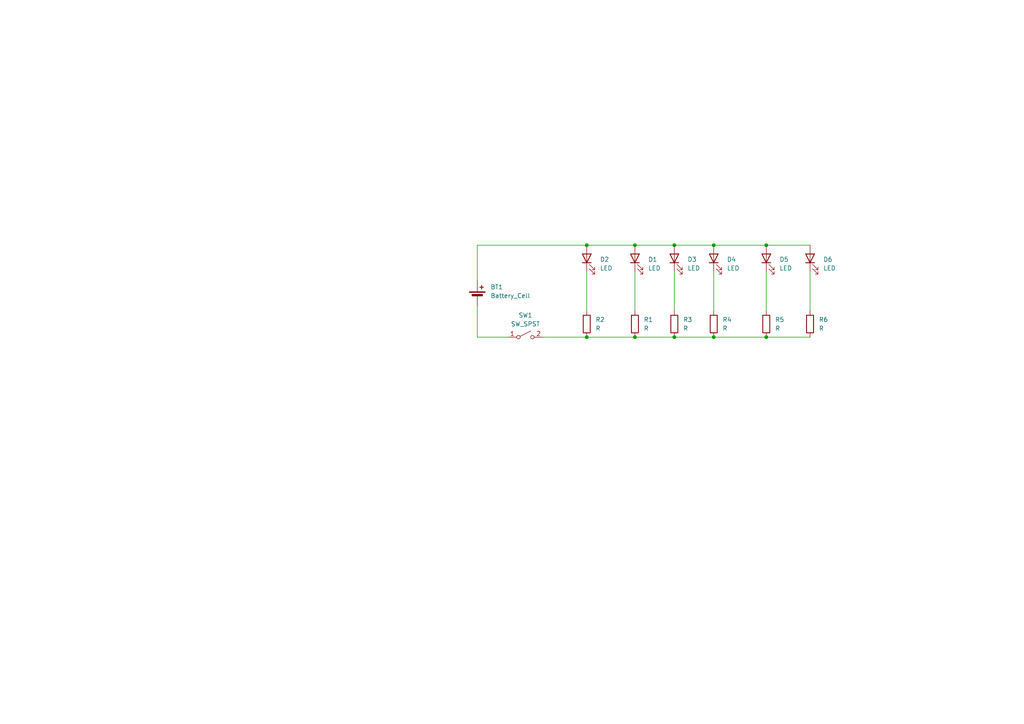
<source format=kicad_sch>
(kicad_sch
	(version 20250114)
	(generator "eeschema")
	(generator_version "9.0")
	(uuid "53f5ec8e-efd6-4296-a5fc-1430f0d7a724")
	(paper "A4")
	(lib_symbols
		(symbol "Device:Battery_Cell"
			(pin_numbers
				(hide yes)
			)
			(pin_names
				(offset 0)
				(hide yes)
			)
			(exclude_from_sim no)
			(in_bom yes)
			(on_board yes)
			(property "Reference" "BT"
				(at 2.54 2.54 0)
				(effects
					(font
						(size 1.27 1.27)
					)
					(justify left)
				)
			)
			(property "Value" "Battery_Cell"
				(at 2.54 0 0)
				(effects
					(font
						(size 1.27 1.27)
					)
					(justify left)
				)
			)
			(property "Footprint" ""
				(at 0 1.524 90)
				(effects
					(font
						(size 1.27 1.27)
					)
					(hide yes)
				)
			)
			(property "Datasheet" "~"
				(at 0 1.524 90)
				(effects
					(font
						(size 1.27 1.27)
					)
					(hide yes)
				)
			)
			(property "Description" "Single-cell battery"
				(at 0 0 0)
				(effects
					(font
						(size 1.27 1.27)
					)
					(hide yes)
				)
			)
			(property "ki_keywords" "battery cell"
				(at 0 0 0)
				(effects
					(font
						(size 1.27 1.27)
					)
					(hide yes)
				)
			)
			(symbol "Battery_Cell_0_1"
				(rectangle
					(start -2.286 1.778)
					(end 2.286 1.524)
					(stroke
						(width 0)
						(type default)
					)
					(fill
						(type outline)
					)
				)
				(rectangle
					(start -1.524 1.016)
					(end 1.524 0.508)
					(stroke
						(width 0)
						(type default)
					)
					(fill
						(type outline)
					)
				)
				(polyline
					(pts
						(xy 0 1.778) (xy 0 2.54)
					)
					(stroke
						(width 0)
						(type default)
					)
					(fill
						(type none)
					)
				)
				(polyline
					(pts
						(xy 0 0.762) (xy 0 0)
					)
					(stroke
						(width 0)
						(type default)
					)
					(fill
						(type none)
					)
				)
				(polyline
					(pts
						(xy 0.762 3.048) (xy 1.778 3.048)
					)
					(stroke
						(width 0.254)
						(type default)
					)
					(fill
						(type none)
					)
				)
				(polyline
					(pts
						(xy 1.27 3.556) (xy 1.27 2.54)
					)
					(stroke
						(width 0.254)
						(type default)
					)
					(fill
						(type none)
					)
				)
			)
			(symbol "Battery_Cell_1_1"
				(pin passive line
					(at 0 5.08 270)
					(length 2.54)
					(name "+"
						(effects
							(font
								(size 1.27 1.27)
							)
						)
					)
					(number "1"
						(effects
							(font
								(size 1.27 1.27)
							)
						)
					)
				)
				(pin passive line
					(at 0 -2.54 90)
					(length 2.54)
					(name "-"
						(effects
							(font
								(size 1.27 1.27)
							)
						)
					)
					(number "2"
						(effects
							(font
								(size 1.27 1.27)
							)
						)
					)
				)
			)
			(embedded_fonts no)
		)
		(symbol "Device:LED"
			(pin_numbers
				(hide yes)
			)
			(pin_names
				(offset 1.016)
				(hide yes)
			)
			(exclude_from_sim no)
			(in_bom yes)
			(on_board yes)
			(property "Reference" "D"
				(at 0 2.54 0)
				(effects
					(font
						(size 1.27 1.27)
					)
				)
			)
			(property "Value" "LED"
				(at 0 -2.54 0)
				(effects
					(font
						(size 1.27 1.27)
					)
				)
			)
			(property "Footprint" ""
				(at 0 0 0)
				(effects
					(font
						(size 1.27 1.27)
					)
					(hide yes)
				)
			)
			(property "Datasheet" "~"
				(at 0 0 0)
				(effects
					(font
						(size 1.27 1.27)
					)
					(hide yes)
				)
			)
			(property "Description" "Light emitting diode"
				(at 0 0 0)
				(effects
					(font
						(size 1.27 1.27)
					)
					(hide yes)
				)
			)
			(property "Sim.Pins" "1=K 2=A"
				(at 0 0 0)
				(effects
					(font
						(size 1.27 1.27)
					)
					(hide yes)
				)
			)
			(property "ki_keywords" "LED diode"
				(at 0 0 0)
				(effects
					(font
						(size 1.27 1.27)
					)
					(hide yes)
				)
			)
			(property "ki_fp_filters" "LED* LED_SMD:* LED_THT:*"
				(at 0 0 0)
				(effects
					(font
						(size 1.27 1.27)
					)
					(hide yes)
				)
			)
			(symbol "LED_0_1"
				(polyline
					(pts
						(xy -3.048 -0.762) (xy -4.572 -2.286) (xy -3.81 -2.286) (xy -4.572 -2.286) (xy -4.572 -1.524)
					)
					(stroke
						(width 0)
						(type default)
					)
					(fill
						(type none)
					)
				)
				(polyline
					(pts
						(xy -1.778 -0.762) (xy -3.302 -2.286) (xy -2.54 -2.286) (xy -3.302 -2.286) (xy -3.302 -1.524)
					)
					(stroke
						(width 0)
						(type default)
					)
					(fill
						(type none)
					)
				)
				(polyline
					(pts
						(xy -1.27 0) (xy 1.27 0)
					)
					(stroke
						(width 0)
						(type default)
					)
					(fill
						(type none)
					)
				)
				(polyline
					(pts
						(xy -1.27 -1.27) (xy -1.27 1.27)
					)
					(stroke
						(width 0.254)
						(type default)
					)
					(fill
						(type none)
					)
				)
				(polyline
					(pts
						(xy 1.27 -1.27) (xy 1.27 1.27) (xy -1.27 0) (xy 1.27 -1.27)
					)
					(stroke
						(width 0.254)
						(type default)
					)
					(fill
						(type none)
					)
				)
			)
			(symbol "LED_1_1"
				(pin passive line
					(at -3.81 0 0)
					(length 2.54)
					(name "K"
						(effects
							(font
								(size 1.27 1.27)
							)
						)
					)
					(number "1"
						(effects
							(font
								(size 1.27 1.27)
							)
						)
					)
				)
				(pin passive line
					(at 3.81 0 180)
					(length 2.54)
					(name "A"
						(effects
							(font
								(size 1.27 1.27)
							)
						)
					)
					(number "2"
						(effects
							(font
								(size 1.27 1.27)
							)
						)
					)
				)
			)
			(embedded_fonts no)
		)
		(symbol "Device:R"
			(pin_numbers
				(hide yes)
			)
			(pin_names
				(offset 0)
			)
			(exclude_from_sim no)
			(in_bom yes)
			(on_board yes)
			(property "Reference" "R"
				(at 2.032 0 90)
				(effects
					(font
						(size 1.27 1.27)
					)
				)
			)
			(property "Value" "R"
				(at 0 0 90)
				(effects
					(font
						(size 1.27 1.27)
					)
				)
			)
			(property "Footprint" ""
				(at -1.778 0 90)
				(effects
					(font
						(size 1.27 1.27)
					)
					(hide yes)
				)
			)
			(property "Datasheet" "~"
				(at 0 0 0)
				(effects
					(font
						(size 1.27 1.27)
					)
					(hide yes)
				)
			)
			(property "Description" "Resistor"
				(at 0 0 0)
				(effects
					(font
						(size 1.27 1.27)
					)
					(hide yes)
				)
			)
			(property "ki_keywords" "R res resistor"
				(at 0 0 0)
				(effects
					(font
						(size 1.27 1.27)
					)
					(hide yes)
				)
			)
			(property "ki_fp_filters" "R_*"
				(at 0 0 0)
				(effects
					(font
						(size 1.27 1.27)
					)
					(hide yes)
				)
			)
			(symbol "R_0_1"
				(rectangle
					(start -1.016 -2.54)
					(end 1.016 2.54)
					(stroke
						(width 0.254)
						(type default)
					)
					(fill
						(type none)
					)
				)
			)
			(symbol "R_1_1"
				(pin passive line
					(at 0 3.81 270)
					(length 1.27)
					(name "~"
						(effects
							(font
								(size 1.27 1.27)
							)
						)
					)
					(number "1"
						(effects
							(font
								(size 1.27 1.27)
							)
						)
					)
				)
				(pin passive line
					(at 0 -3.81 90)
					(length 1.27)
					(name "~"
						(effects
							(font
								(size 1.27 1.27)
							)
						)
					)
					(number "2"
						(effects
							(font
								(size 1.27 1.27)
							)
						)
					)
				)
			)
			(embedded_fonts no)
		)
		(symbol "Switch:SW_SPST"
			(pin_names
				(offset 0)
				(hide yes)
			)
			(exclude_from_sim no)
			(in_bom yes)
			(on_board yes)
			(property "Reference" "SW"
				(at 0 3.175 0)
				(effects
					(font
						(size 1.27 1.27)
					)
				)
			)
			(property "Value" "SW_SPST"
				(at 0 -2.54 0)
				(effects
					(font
						(size 1.27 1.27)
					)
				)
			)
			(property "Footprint" ""
				(at 0 0 0)
				(effects
					(font
						(size 1.27 1.27)
					)
					(hide yes)
				)
			)
			(property "Datasheet" "~"
				(at 0 0 0)
				(effects
					(font
						(size 1.27 1.27)
					)
					(hide yes)
				)
			)
			(property "Description" "Single Pole Single Throw (SPST) switch"
				(at 0 0 0)
				(effects
					(font
						(size 1.27 1.27)
					)
					(hide yes)
				)
			)
			(property "ki_keywords" "switch lever"
				(at 0 0 0)
				(effects
					(font
						(size 1.27 1.27)
					)
					(hide yes)
				)
			)
			(symbol "SW_SPST_0_0"
				(circle
					(center -2.032 0)
					(radius 0.508)
					(stroke
						(width 0)
						(type default)
					)
					(fill
						(type none)
					)
				)
				(polyline
					(pts
						(xy -1.524 0.254) (xy 1.524 1.778)
					)
					(stroke
						(width 0)
						(type default)
					)
					(fill
						(type none)
					)
				)
				(circle
					(center 2.032 0)
					(radius 0.508)
					(stroke
						(width 0)
						(type default)
					)
					(fill
						(type none)
					)
				)
			)
			(symbol "SW_SPST_1_1"
				(pin passive line
					(at -5.08 0 0)
					(length 2.54)
					(name "A"
						(effects
							(font
								(size 1.27 1.27)
							)
						)
					)
					(number "1"
						(effects
							(font
								(size 1.27 1.27)
							)
						)
					)
				)
				(pin passive line
					(at 5.08 0 180)
					(length 2.54)
					(name "B"
						(effects
							(font
								(size 1.27 1.27)
							)
						)
					)
					(number "2"
						(effects
							(font
								(size 1.27 1.27)
							)
						)
					)
				)
			)
			(embedded_fonts no)
		)
	)
	(junction
		(at 170.18 97.79)
		(diameter 0)
		(color 0 0 0 0)
		(uuid "0266d127-1cd8-4cbd-983b-3cedbf9f7313")
	)
	(junction
		(at 195.58 71.12)
		(diameter 0)
		(color 0 0 0 0)
		(uuid "222ad767-d6ba-4630-81f9-44d1b3515856")
	)
	(junction
		(at 207.01 71.12)
		(diameter 0)
		(color 0 0 0 0)
		(uuid "27ce2492-f7eb-41e2-b7f9-b6a1afe4e2e7")
	)
	(junction
		(at 207.01 97.79)
		(diameter 0)
		(color 0 0 0 0)
		(uuid "3a7e4ad0-3a9a-4c49-a0bd-0e82a2fc5788")
	)
	(junction
		(at 222.25 71.12)
		(diameter 0)
		(color 0 0 0 0)
		(uuid "5fd66ae0-1e76-4de4-8aa3-02a1cdc1a947")
	)
	(junction
		(at 222.25 97.79)
		(diameter 0)
		(color 0 0 0 0)
		(uuid "61a54e5b-e39c-45a1-aaa9-00ae48c0cb09")
	)
	(junction
		(at 184.15 97.79)
		(diameter 0)
		(color 0 0 0 0)
		(uuid "6855593f-7219-41bd-a0ec-e0cea7d359fd")
	)
	(junction
		(at 195.58 97.79)
		(diameter 0)
		(color 0 0 0 0)
		(uuid "68672c4c-0bb8-41de-8604-2b01f0c1bab5")
	)
	(junction
		(at 184.15 71.12)
		(diameter 0)
		(color 0 0 0 0)
		(uuid "dc050eaa-7169-4354-a3de-926c1499b8d2")
	)
	(junction
		(at 170.18 71.12)
		(diameter 0)
		(color 0 0 0 0)
		(uuid "df9c6885-9f7b-4990-bf47-e1b9b3af3f51")
	)
	(wire
		(pts
			(xy 170.18 71.12) (xy 184.15 71.12)
		)
		(stroke
			(width 0)
			(type default)
		)
		(uuid "0c4b0c16-d8f7-455e-804e-64871d32ac43")
	)
	(wire
		(pts
			(xy 207.01 78.74) (xy 207.01 90.17)
		)
		(stroke
			(width 0)
			(type default)
		)
		(uuid "1198be29-6e9e-4000-a9e5-76a2fab4d7a7")
	)
	(wire
		(pts
			(xy 184.15 90.17) (xy 184.15 78.74)
		)
		(stroke
			(width 0)
			(type default)
		)
		(uuid "1e514a57-ee26-4746-8104-c746531c74d1")
	)
	(wire
		(pts
			(xy 195.58 97.79) (xy 207.01 97.79)
		)
		(stroke
			(width 0)
			(type default)
		)
		(uuid "22b0d4f2-2a4a-4f46-a5c9-201e0c7cc651")
	)
	(wire
		(pts
			(xy 170.18 90.17) (xy 170.18 78.74)
		)
		(stroke
			(width 0)
			(type default)
		)
		(uuid "292680e2-9572-489a-82dd-38d0a6a10f45")
	)
	(wire
		(pts
			(xy 138.43 88.9) (xy 138.43 97.79)
		)
		(stroke
			(width 0)
			(type default)
		)
		(uuid "473a273f-af52-44f4-bb7d-c831fbd08173")
	)
	(wire
		(pts
			(xy 195.58 78.74) (xy 195.58 90.17)
		)
		(stroke
			(width 0)
			(type default)
		)
		(uuid "487dce9e-fa7d-4244-a13a-0ae5abfb92f1")
	)
	(wire
		(pts
			(xy 222.25 78.74) (xy 222.25 90.17)
		)
		(stroke
			(width 0)
			(type default)
		)
		(uuid "55dc2651-e160-4766-bc69-a259495f3cc5")
	)
	(wire
		(pts
			(xy 138.43 97.79) (xy 147.32 97.79)
		)
		(stroke
			(width 0)
			(type default)
		)
		(uuid "5a726e68-d0f0-408c-bc92-74ede871ab50")
	)
	(wire
		(pts
			(xy 207.01 71.12) (xy 222.25 71.12)
		)
		(stroke
			(width 0)
			(type default)
		)
		(uuid "6014a592-abc5-4a79-9738-c41aa2bf8577")
	)
	(wire
		(pts
			(xy 184.15 97.79) (xy 195.58 97.79)
		)
		(stroke
			(width 0)
			(type default)
		)
		(uuid "61955975-9882-4d73-ac6d-33d80dd016eb")
	)
	(wire
		(pts
			(xy 184.15 71.12) (xy 195.58 71.12)
		)
		(stroke
			(width 0)
			(type default)
		)
		(uuid "68a6dbf9-611e-446f-b388-e31b1bad46b7")
	)
	(wire
		(pts
			(xy 138.43 71.12) (xy 170.18 71.12)
		)
		(stroke
			(width 0)
			(type default)
		)
		(uuid "77bc58d0-2b0f-4264-867e-980b7bd27f34")
	)
	(wire
		(pts
			(xy 138.43 81.28) (xy 138.43 71.12)
		)
		(stroke
			(width 0)
			(type default)
		)
		(uuid "7fa4759d-d0f3-4ab9-8a46-eeb656d6c6dc")
	)
	(wire
		(pts
			(xy 207.01 97.79) (xy 222.25 97.79)
		)
		(stroke
			(width 0)
			(type default)
		)
		(uuid "841535ed-e146-48a7-9474-3f5aeb9f971d")
	)
	(wire
		(pts
			(xy 195.58 71.12) (xy 207.01 71.12)
		)
		(stroke
			(width 0)
			(type default)
		)
		(uuid "aef6f3ec-a50c-4ba8-bb5d-5a9e10c515de")
	)
	(wire
		(pts
			(xy 222.25 71.12) (xy 234.95 71.12)
		)
		(stroke
			(width 0)
			(type default)
		)
		(uuid "be7ddf4b-4f41-4a86-8441-e9c7046e076d")
	)
	(wire
		(pts
			(xy 157.48 97.79) (xy 170.18 97.79)
		)
		(stroke
			(width 0)
			(type default)
		)
		(uuid "d1e4feac-8aad-4423-befb-675ae16e4415")
	)
	(wire
		(pts
			(xy 234.95 78.74) (xy 234.95 90.17)
		)
		(stroke
			(width 0)
			(type default)
		)
		(uuid "d46fe79a-bd9a-49f8-ae7f-d4280cccdb93")
	)
	(wire
		(pts
			(xy 222.25 97.79) (xy 234.95 97.79)
		)
		(stroke
			(width 0)
			(type default)
		)
		(uuid "e4ea74b9-2913-40ad-b405-3fbf9bfe5a99")
	)
	(wire
		(pts
			(xy 184.15 97.79) (xy 170.18 97.79)
		)
		(stroke
			(width 0)
			(type default)
		)
		(uuid "ff3b73de-ff0c-43a4-bc14-9cd8c691eaf8")
	)
	(symbol
		(lib_id "Device:LED")
		(at 207.01 74.93 90)
		(unit 1)
		(exclude_from_sim no)
		(in_bom yes)
		(on_board yes)
		(dnp no)
		(fields_autoplaced yes)
		(uuid "0ac8d251-aad5-4f96-9a20-f462743e838c")
		(property "Reference" "D4"
			(at 210.82 75.2474 90)
			(effects
				(font
					(size 1.27 1.27)
				)
				(justify right)
			)
		)
		(property "Value" "LED"
			(at 210.82 77.7874 90)
			(effects
				(font
					(size 1.27 1.27)
				)
				(justify right)
			)
		)
		(property "Footprint" "LED_THT:LED_D5.0mm"
			(at 207.01 74.93 0)
			(effects
				(font
					(size 1.27 1.27)
				)
				(hide yes)
			)
		)
		(property "Datasheet" "~"
			(at 207.01 74.93 0)
			(effects
				(font
					(size 1.27 1.27)
				)
				(hide yes)
			)
		)
		(property "Description" "Light emitting diode"
			(at 207.01 74.93 0)
			(effects
				(font
					(size 1.27 1.27)
				)
				(hide yes)
			)
		)
		(property "Sim.Pins" "1=K 2=A"
			(at 207.01 74.93 0)
			(effects
				(font
					(size 1.27 1.27)
				)
				(hide yes)
			)
		)
		(pin "1"
			(uuid "28c1c1a7-34a7-444b-b573-104e9e135419")
		)
		(pin "2"
			(uuid "1242b84e-d22b-4100-bf83-9dd62c59654b")
		)
		(instances
			(project "pika solid"
				(path "/53f5ec8e-efd6-4296-a5fc-1430f0d7a724"
					(reference "D4")
					(unit 1)
				)
			)
		)
	)
	(symbol
		(lib_id "Device:Battery_Cell")
		(at 138.43 86.36 0)
		(unit 1)
		(exclude_from_sim no)
		(in_bom yes)
		(on_board yes)
		(dnp no)
		(fields_autoplaced yes)
		(uuid "267ead3e-4369-4adc-b85d-7e444ed9d671")
		(property "Reference" "BT1"
			(at 142.24 83.2484 0)
			(effects
				(font
					(size 1.27 1.27)
				)
				(justify left)
			)
		)
		(property "Value" "Battery_Cell"
			(at 142.24 85.7884 0)
			(effects
				(font
					(size 1.27 1.27)
				)
				(justify left)
			)
		)
		(property "Footprint" "Battery:BatteryHolder_Keystone_3034_1x20mm"
			(at 138.43 84.836 90)
			(effects
				(font
					(size 1.27 1.27)
				)
				(hide yes)
			)
		)
		(property "Datasheet" "~"
			(at 138.43 84.836 90)
			(effects
				(font
					(size 1.27 1.27)
				)
				(hide yes)
			)
		)
		(property "Description" "Single-cell battery"
			(at 138.43 86.36 0)
			(effects
				(font
					(size 1.27 1.27)
				)
				(hide yes)
			)
		)
		(pin "1"
			(uuid "79dcd1be-5c28-4fa7-a449-17fc384ddee8")
		)
		(pin "2"
			(uuid "f628f4b9-e3a5-46f9-b659-2fb7ee25475d")
		)
		(instances
			(project ""
				(path "/53f5ec8e-efd6-4296-a5fc-1430f0d7a724"
					(reference "BT1")
					(unit 1)
				)
			)
		)
	)
	(symbol
		(lib_id "Device:LED")
		(at 170.18 74.93 90)
		(unit 1)
		(exclude_from_sim no)
		(in_bom yes)
		(on_board yes)
		(dnp no)
		(fields_autoplaced yes)
		(uuid "29feead1-8974-46f5-a610-82b5eb2da1c8")
		(property "Reference" "D2"
			(at 173.99 75.2474 90)
			(effects
				(font
					(size 1.27 1.27)
				)
				(justify right)
			)
		)
		(property "Value" "LED"
			(at 173.99 77.7874 90)
			(effects
				(font
					(size 1.27 1.27)
				)
				(justify right)
			)
		)
		(property "Footprint" "LED_THT:LED_D5.0mm"
			(at 170.18 74.93 0)
			(effects
				(font
					(size 1.27 1.27)
				)
				(hide yes)
			)
		)
		(property "Datasheet" "~"
			(at 170.18 74.93 0)
			(effects
				(font
					(size 1.27 1.27)
				)
				(hide yes)
			)
		)
		(property "Description" "Light emitting diode"
			(at 170.18 74.93 0)
			(effects
				(font
					(size 1.27 1.27)
				)
				(hide yes)
			)
		)
		(property "Sim.Pins" "1=K 2=A"
			(at 170.18 74.93 0)
			(effects
				(font
					(size 1.27 1.27)
				)
				(hide yes)
			)
		)
		(pin "2"
			(uuid "7049571f-6779-4c81-8e28-83d6fbb00e54")
		)
		(pin "1"
			(uuid "86d8ab6a-68b9-45c9-a696-5d583920a2e3")
		)
		(instances
			(project ""
				(path "/53f5ec8e-efd6-4296-a5fc-1430f0d7a724"
					(reference "D2")
					(unit 1)
				)
			)
		)
	)
	(symbol
		(lib_id "Device:R")
		(at 234.95 93.98 0)
		(unit 1)
		(exclude_from_sim no)
		(in_bom yes)
		(on_board yes)
		(dnp no)
		(fields_autoplaced yes)
		(uuid "2b950976-1f0a-4116-aabb-c8b51ac99d77")
		(property "Reference" "R6"
			(at 237.49 92.7099 0)
			(effects
				(font
					(size 1.27 1.27)
				)
				(justify left)
			)
		)
		(property "Value" "R"
			(at 237.49 95.2499 0)
			(effects
				(font
					(size 1.27 1.27)
				)
				(justify left)
			)
		)
		(property "Footprint" "Resistor_THT:R_Axial_DIN0207_L6.3mm_D2.5mm_P7.62mm_Horizontal"
			(at 233.172 93.98 90)
			(effects
				(font
					(size 1.27 1.27)
				)
				(hide yes)
			)
		)
		(property "Datasheet" "~"
			(at 234.95 93.98 0)
			(effects
				(font
					(size 1.27 1.27)
				)
				(hide yes)
			)
		)
		(property "Description" "Resistor"
			(at 234.95 93.98 0)
			(effects
				(font
					(size 1.27 1.27)
				)
				(hide yes)
			)
		)
		(pin "2"
			(uuid "a67f09ce-f989-4d30-b4aa-d22a6a78b2ad")
		)
		(pin "1"
			(uuid "faad85f8-b82b-411d-ae9f-1ad4a64246a9")
		)
		(instances
			(project "pika solid"
				(path "/53f5ec8e-efd6-4296-a5fc-1430f0d7a724"
					(reference "R6")
					(unit 1)
				)
			)
		)
	)
	(symbol
		(lib_id "Switch:SW_SPST")
		(at 152.4 97.79 0)
		(unit 1)
		(exclude_from_sim no)
		(in_bom yes)
		(on_board yes)
		(dnp no)
		(fields_autoplaced yes)
		(uuid "31daede8-b195-4ace-a68f-bef07668d00e")
		(property "Reference" "SW1"
			(at 152.4 91.44 0)
			(effects
				(font
					(size 1.27 1.27)
				)
			)
		)
		(property "Value" "SW_SPST"
			(at 152.4 93.98 0)
			(effects
				(font
					(size 1.27 1.27)
				)
			)
		)
		(property "Footprint" "Button_Switch_THT:SW_SPST_Omron_B3F-40xx"
			(at 152.4 97.79 0)
			(effects
				(font
					(size 1.27 1.27)
				)
				(hide yes)
			)
		)
		(property "Datasheet" "~"
			(at 152.4 97.79 0)
			(effects
				(font
					(size 1.27 1.27)
				)
				(hide yes)
			)
		)
		(property "Description" "Single Pole Single Throw (SPST) switch"
			(at 152.4 97.79 0)
			(effects
				(font
					(size 1.27 1.27)
				)
				(hide yes)
			)
		)
		(pin "1"
			(uuid "fc1cc7fe-4416-40a7-82ca-61c9e4c50413")
		)
		(pin "2"
			(uuid "9baed16a-0567-4392-8723-4895560c2e60")
		)
		(instances
			(project ""
				(path "/53f5ec8e-efd6-4296-a5fc-1430f0d7a724"
					(reference "SW1")
					(unit 1)
				)
			)
		)
	)
	(symbol
		(lib_id "Device:LED")
		(at 222.25 74.93 90)
		(unit 1)
		(exclude_from_sim no)
		(in_bom yes)
		(on_board yes)
		(dnp no)
		(fields_autoplaced yes)
		(uuid "458482af-838c-4827-bea3-705435873114")
		(property "Reference" "D5"
			(at 226.06 75.2474 90)
			(effects
				(font
					(size 1.27 1.27)
				)
				(justify right)
			)
		)
		(property "Value" "LED"
			(at 226.06 77.7874 90)
			(effects
				(font
					(size 1.27 1.27)
				)
				(justify right)
			)
		)
		(property "Footprint" "LED_THT:LED_D5.0mm"
			(at 222.25 74.93 0)
			(effects
				(font
					(size 1.27 1.27)
				)
				(hide yes)
			)
		)
		(property "Datasheet" "~"
			(at 222.25 74.93 0)
			(effects
				(font
					(size 1.27 1.27)
				)
				(hide yes)
			)
		)
		(property "Description" "Light emitting diode"
			(at 222.25 74.93 0)
			(effects
				(font
					(size 1.27 1.27)
				)
				(hide yes)
			)
		)
		(property "Sim.Pins" "1=K 2=A"
			(at 222.25 74.93 0)
			(effects
				(font
					(size 1.27 1.27)
				)
				(hide yes)
			)
		)
		(pin "1"
			(uuid "40bbdff0-53f6-406d-be9c-e3d847685037")
		)
		(pin "2"
			(uuid "ca5bea31-7ae8-4557-b0a1-8a5817d2fdf5")
		)
		(instances
			(project "pika solid"
				(path "/53f5ec8e-efd6-4296-a5fc-1430f0d7a724"
					(reference "D5")
					(unit 1)
				)
			)
		)
	)
	(symbol
		(lib_id "Device:R")
		(at 207.01 93.98 0)
		(unit 1)
		(exclude_from_sim no)
		(in_bom yes)
		(on_board yes)
		(dnp no)
		(fields_autoplaced yes)
		(uuid "5ca1787f-7136-47f1-a60c-e9b0216ac064")
		(property "Reference" "R4"
			(at 209.55 92.7099 0)
			(effects
				(font
					(size 1.27 1.27)
				)
				(justify left)
			)
		)
		(property "Value" "R"
			(at 209.55 95.2499 0)
			(effects
				(font
					(size 1.27 1.27)
				)
				(justify left)
			)
		)
		(property "Footprint" "Resistor_THT:R_Axial_DIN0207_L6.3mm_D2.5mm_P7.62mm_Horizontal"
			(at 205.232 93.98 90)
			(effects
				(font
					(size 1.27 1.27)
				)
				(hide yes)
			)
		)
		(property "Datasheet" "~"
			(at 207.01 93.98 0)
			(effects
				(font
					(size 1.27 1.27)
				)
				(hide yes)
			)
		)
		(property "Description" "Resistor"
			(at 207.01 93.98 0)
			(effects
				(font
					(size 1.27 1.27)
				)
				(hide yes)
			)
		)
		(pin "2"
			(uuid "16dd5fd8-45cc-4684-9201-80ef35d5ee7f")
		)
		(pin "1"
			(uuid "62632f18-3baf-4687-90eb-1c7b70d87959")
		)
		(instances
			(project "pika solid"
				(path "/53f5ec8e-efd6-4296-a5fc-1430f0d7a724"
					(reference "R4")
					(unit 1)
				)
			)
		)
	)
	(symbol
		(lib_id "Device:LED")
		(at 234.95 74.93 90)
		(unit 1)
		(exclude_from_sim no)
		(in_bom yes)
		(on_board yes)
		(dnp no)
		(fields_autoplaced yes)
		(uuid "618b079e-c940-4830-a0b6-c1d62db4fe18")
		(property "Reference" "D6"
			(at 238.76 75.2474 90)
			(effects
				(font
					(size 1.27 1.27)
				)
				(justify right)
			)
		)
		(property "Value" "LED"
			(at 238.76 77.7874 90)
			(effects
				(font
					(size 1.27 1.27)
				)
				(justify right)
			)
		)
		(property "Footprint" "LED_THT:LED_D5.0mm"
			(at 234.95 74.93 0)
			(effects
				(font
					(size 1.27 1.27)
				)
				(hide yes)
			)
		)
		(property "Datasheet" "~"
			(at 234.95 74.93 0)
			(effects
				(font
					(size 1.27 1.27)
				)
				(hide yes)
			)
		)
		(property "Description" "Light emitting diode"
			(at 234.95 74.93 0)
			(effects
				(font
					(size 1.27 1.27)
				)
				(hide yes)
			)
		)
		(property "Sim.Pins" "1=K 2=A"
			(at 234.95 74.93 0)
			(effects
				(font
					(size 1.27 1.27)
				)
				(hide yes)
			)
		)
		(pin "1"
			(uuid "2e02e1c5-4a37-4243-aa3b-6985662d2af7")
		)
		(pin "2"
			(uuid "738980ae-acdc-462b-8292-e3a7fbceaa4c")
		)
		(instances
			(project "pika solid"
				(path "/53f5ec8e-efd6-4296-a5fc-1430f0d7a724"
					(reference "D6")
					(unit 1)
				)
			)
		)
	)
	(symbol
		(lib_id "Device:R")
		(at 184.15 93.98 0)
		(unit 1)
		(exclude_from_sim no)
		(in_bom yes)
		(on_board yes)
		(dnp no)
		(fields_autoplaced yes)
		(uuid "6bca75f0-691b-40df-aefd-095f7f2c75df")
		(property "Reference" "R1"
			(at 186.69 92.7099 0)
			(effects
				(font
					(size 1.27 1.27)
				)
				(justify left)
			)
		)
		(property "Value" "R"
			(at 186.69 95.2499 0)
			(effects
				(font
					(size 1.27 1.27)
				)
				(justify left)
			)
		)
		(property "Footprint" "Resistor_THT:R_Axial_DIN0207_L6.3mm_D2.5mm_P7.62mm_Horizontal"
			(at 182.372 93.98 90)
			(effects
				(font
					(size 1.27 1.27)
				)
				(hide yes)
			)
		)
		(property "Datasheet" "~"
			(at 184.15 93.98 0)
			(effects
				(font
					(size 1.27 1.27)
				)
				(hide yes)
			)
		)
		(property "Description" "Resistor"
			(at 184.15 93.98 0)
			(effects
				(font
					(size 1.27 1.27)
				)
				(hide yes)
			)
		)
		(pin "1"
			(uuid "9c4eb888-b474-48a8-9754-3408b831b5be")
		)
		(pin "2"
			(uuid "00f604cd-02b1-44d2-bdcb-7f4880e10b18")
		)
		(instances
			(project ""
				(path "/53f5ec8e-efd6-4296-a5fc-1430f0d7a724"
					(reference "R1")
					(unit 1)
				)
			)
		)
	)
	(symbol
		(lib_id "Device:LED")
		(at 184.15 74.93 90)
		(unit 1)
		(exclude_from_sim no)
		(in_bom yes)
		(on_board yes)
		(dnp no)
		(fields_autoplaced yes)
		(uuid "812412b8-140b-437c-bd9b-a4b6329f34a5")
		(property "Reference" "D1"
			(at 187.96 75.2474 90)
			(effects
				(font
					(size 1.27 1.27)
				)
				(justify right)
			)
		)
		(property "Value" "LED"
			(at 187.96 77.7874 90)
			(effects
				(font
					(size 1.27 1.27)
				)
				(justify right)
			)
		)
		(property "Footprint" "LED_THT:LED_D5.0mm"
			(at 184.15 74.93 0)
			(effects
				(font
					(size 1.27 1.27)
				)
				(hide yes)
			)
		)
		(property "Datasheet" "~"
			(at 184.15 74.93 0)
			(effects
				(font
					(size 1.27 1.27)
				)
				(hide yes)
			)
		)
		(property "Description" "Light emitting diode"
			(at 184.15 74.93 0)
			(effects
				(font
					(size 1.27 1.27)
				)
				(hide yes)
			)
		)
		(property "Sim.Pins" "1=K 2=A"
			(at 184.15 74.93 0)
			(effects
				(font
					(size 1.27 1.27)
				)
				(hide yes)
			)
		)
		(pin "1"
			(uuid "a3d7a02c-9b0a-4384-8f1d-0ff418e957fc")
		)
		(pin "2"
			(uuid "b538c35f-6760-4f8a-97fc-ad54bad1ae65")
		)
		(instances
			(project ""
				(path "/53f5ec8e-efd6-4296-a5fc-1430f0d7a724"
					(reference "D1")
					(unit 1)
				)
			)
		)
	)
	(symbol
		(lib_id "Device:R")
		(at 195.58 93.98 0)
		(unit 1)
		(exclude_from_sim no)
		(in_bom yes)
		(on_board yes)
		(dnp no)
		(fields_autoplaced yes)
		(uuid "9649865b-e88d-4fe7-b28e-8373d364fb46")
		(property "Reference" "R3"
			(at 198.12 92.7099 0)
			(effects
				(font
					(size 1.27 1.27)
				)
				(justify left)
			)
		)
		(property "Value" "R"
			(at 198.12 95.2499 0)
			(effects
				(font
					(size 1.27 1.27)
				)
				(justify left)
			)
		)
		(property "Footprint" "Resistor_THT:R_Axial_DIN0207_L6.3mm_D2.5mm_P7.62mm_Horizontal"
			(at 193.802 93.98 90)
			(effects
				(font
					(size 1.27 1.27)
				)
				(hide yes)
			)
		)
		(property "Datasheet" "~"
			(at 195.58 93.98 0)
			(effects
				(font
					(size 1.27 1.27)
				)
				(hide yes)
			)
		)
		(property "Description" "Resistor"
			(at 195.58 93.98 0)
			(effects
				(font
					(size 1.27 1.27)
				)
				(hide yes)
			)
		)
		(pin "2"
			(uuid "25b84483-dd5f-48bb-9529-165a11e3097c")
		)
		(pin "1"
			(uuid "730ae721-8115-41ac-bf3e-fcea6f94a267")
		)
		(instances
			(project "pika solid"
				(path "/53f5ec8e-efd6-4296-a5fc-1430f0d7a724"
					(reference "R3")
					(unit 1)
				)
			)
		)
	)
	(symbol
		(lib_id "Device:LED")
		(at 195.58 74.93 90)
		(unit 1)
		(exclude_from_sim no)
		(in_bom yes)
		(on_board yes)
		(dnp no)
		(fields_autoplaced yes)
		(uuid "dcbf183a-1ab2-441b-933d-5871ff6d4c76")
		(property "Reference" "D3"
			(at 199.39 75.2474 90)
			(effects
				(font
					(size 1.27 1.27)
				)
				(justify right)
			)
		)
		(property "Value" "LED"
			(at 199.39 77.7874 90)
			(effects
				(font
					(size 1.27 1.27)
				)
				(justify right)
			)
		)
		(property "Footprint" "LED_THT:LED_D5.0mm"
			(at 195.58 74.93 0)
			(effects
				(font
					(size 1.27 1.27)
				)
				(hide yes)
			)
		)
		(property "Datasheet" "~"
			(at 195.58 74.93 0)
			(effects
				(font
					(size 1.27 1.27)
				)
				(hide yes)
			)
		)
		(property "Description" "Light emitting diode"
			(at 195.58 74.93 0)
			(effects
				(font
					(size 1.27 1.27)
				)
				(hide yes)
			)
		)
		(property "Sim.Pins" "1=K 2=A"
			(at 195.58 74.93 0)
			(effects
				(font
					(size 1.27 1.27)
				)
				(hide yes)
			)
		)
		(pin "1"
			(uuid "bb8b19a7-c1a2-4b63-ab6f-22f9d3357a45")
		)
		(pin "2"
			(uuid "71b461ff-4269-47f4-8388-8a5d745426e2")
		)
		(instances
			(project "pika solid"
				(path "/53f5ec8e-efd6-4296-a5fc-1430f0d7a724"
					(reference "D3")
					(unit 1)
				)
			)
		)
	)
	(symbol
		(lib_id "Device:R")
		(at 170.18 93.98 0)
		(unit 1)
		(exclude_from_sim no)
		(in_bom yes)
		(on_board yes)
		(dnp no)
		(fields_autoplaced yes)
		(uuid "ea5562c6-6ee7-4d4a-87b7-b8c0bc17a2dc")
		(property "Reference" "R2"
			(at 172.72 92.7099 0)
			(effects
				(font
					(size 1.27 1.27)
				)
				(justify left)
			)
		)
		(property "Value" "R"
			(at 172.72 95.2499 0)
			(effects
				(font
					(size 1.27 1.27)
				)
				(justify left)
			)
		)
		(property "Footprint" "Resistor_THT:R_Axial_DIN0207_L6.3mm_D2.5mm_P7.62mm_Horizontal"
			(at 168.402 93.98 90)
			(effects
				(font
					(size 1.27 1.27)
				)
				(hide yes)
			)
		)
		(property "Datasheet" "~"
			(at 170.18 93.98 0)
			(effects
				(font
					(size 1.27 1.27)
				)
				(hide yes)
			)
		)
		(property "Description" "Resistor"
			(at 170.18 93.98 0)
			(effects
				(font
					(size 1.27 1.27)
				)
				(hide yes)
			)
		)
		(pin "2"
			(uuid "9a0b5403-6eb2-4f7e-a4b0-8bace71b20bc")
		)
		(pin "1"
			(uuid "e4ddd36c-25b6-46ff-9d56-02275393a94e")
		)
		(instances
			(project ""
				(path "/53f5ec8e-efd6-4296-a5fc-1430f0d7a724"
					(reference "R2")
					(unit 1)
				)
			)
		)
	)
	(symbol
		(lib_id "Device:R")
		(at 222.25 93.98 0)
		(unit 1)
		(exclude_from_sim no)
		(in_bom yes)
		(on_board yes)
		(dnp no)
		(fields_autoplaced yes)
		(uuid "f1107e98-4c15-45d3-8809-a83da6800c1a")
		(property "Reference" "R5"
			(at 224.79 92.7099 0)
			(effects
				(font
					(size 1.27 1.27)
				)
				(justify left)
			)
		)
		(property "Value" "R"
			(at 224.79 95.2499 0)
			(effects
				(font
					(size 1.27 1.27)
				)
				(justify left)
			)
		)
		(property "Footprint" "Resistor_THT:R_Axial_DIN0207_L6.3mm_D2.5mm_P7.62mm_Horizontal"
			(at 220.472 93.98 90)
			(effects
				(font
					(size 1.27 1.27)
				)
				(hide yes)
			)
		)
		(property "Datasheet" "~"
			(at 222.25 93.98 0)
			(effects
				(font
					(size 1.27 1.27)
				)
				(hide yes)
			)
		)
		(property "Description" "Resistor"
			(at 222.25 93.98 0)
			(effects
				(font
					(size 1.27 1.27)
				)
				(hide yes)
			)
		)
		(pin "2"
			(uuid "bce0d30a-0e13-405e-9091-ddc091450d49")
		)
		(pin "1"
			(uuid "09505391-2391-478b-893f-0b6d1eba742e")
		)
		(instances
			(project "pika solid"
				(path "/53f5ec8e-efd6-4296-a5fc-1430f0d7a724"
					(reference "R5")
					(unit 1)
				)
			)
		)
	)
	(sheet_instances
		(path "/"
			(page "1")
		)
	)
	(embedded_fonts no)
)

</source>
